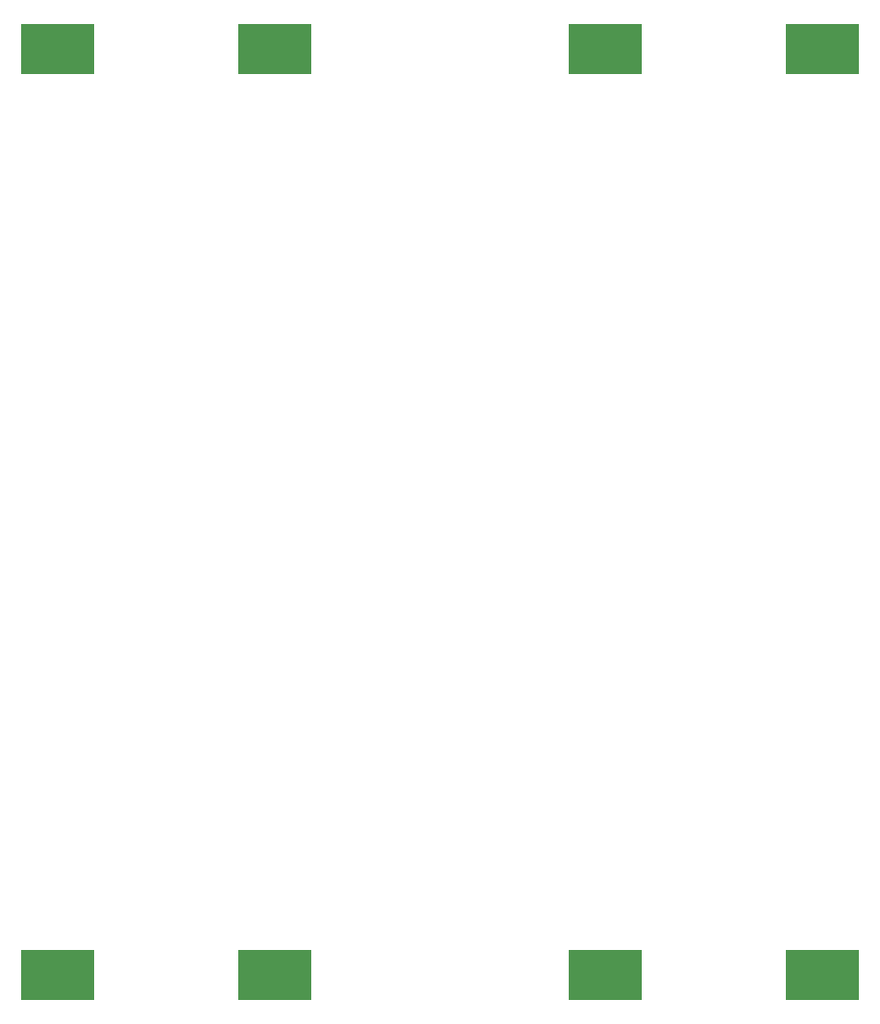
<source format=gbr>
%TF.GenerationSoftware,KiCad,Pcbnew,7.0.7*%
%TF.CreationDate,2023-10-16T23:42:31-07:00*%
%TF.ProjectId,cube2,63756265-322e-46b6-9963-61645f706362,rev?*%
%TF.SameCoordinates,Original*%
%TF.FileFunction,Paste,Top*%
%TF.FilePolarity,Positive*%
%FSLAX46Y46*%
G04 Gerber Fmt 4.6, Leading zero omitted, Abs format (unit mm)*
G04 Created by KiCad (PCBNEW 7.0.7) date 2023-10-16 23:42:31*
%MOMM*%
%LPD*%
G01*
G04 APERTURE LIST*
%ADD10R,6.500000X4.400000*%
G04 APERTURE END LIST*
D10*
%TO.C,BT2*%
X120015000Y-136745000D03*
X120015000Y-55245000D03*
X139115000Y-55245000D03*
X139115000Y-136745000D03*
%TD*%
%TO.C,BT1*%
X71755000Y-136745000D03*
X71755000Y-55245000D03*
X90855000Y-55245000D03*
X90855000Y-136745000D03*
%TD*%
M02*

</source>
